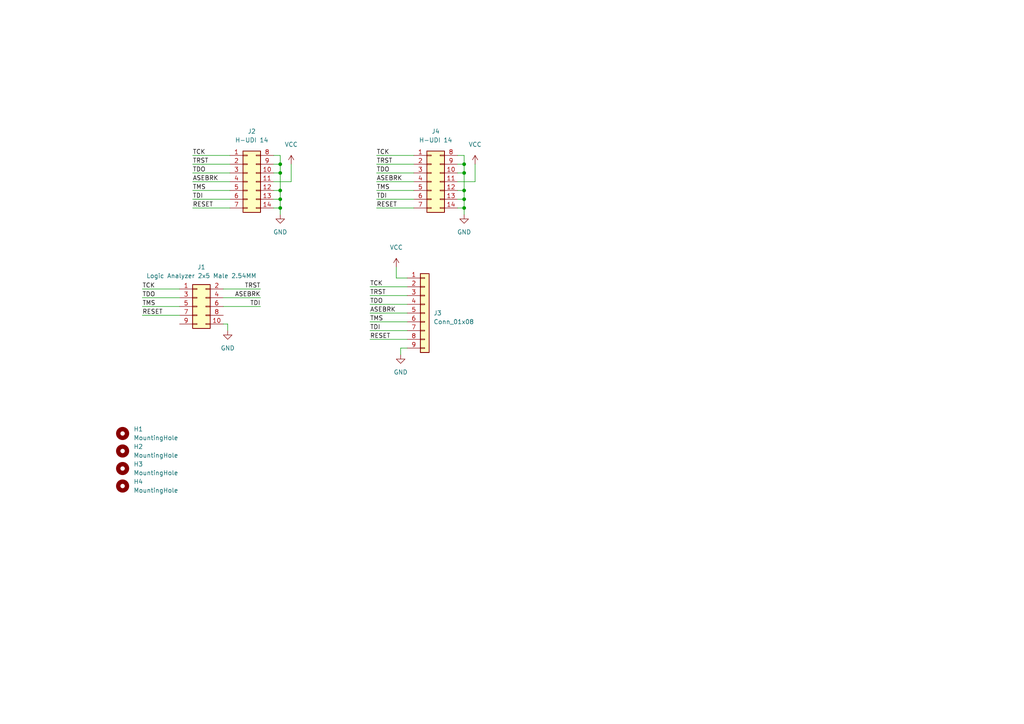
<source format=kicad_sch>
(kicad_sch (version 20211123) (generator eeschema)
  (paper "A4")
  (lib_symbols
    (symbol "Connector_Generic:Conn_01x09" (pin_names (offset 1.016) hide)
      (property "Reference" "J" (at 0 12.7 0))
      (property "Value" "Conn_01x09" (at 0 -12.7 0))
      (symbol "Conn_01x09_1_1"
        (rectangle (start -1.27 -10.033) (end 0 -10.287) (stroke (width 0.1524)))
        (rectangle (start -1.27 -7.493) (end 0 -7.747) (stroke (width 0.1524)))
        (rectangle (start -1.27 -4.953) (end 0 -5.207) (stroke (width 0.1524)))
        (rectangle (start -1.27 -2.413) (end 0 -2.667) (stroke (width 0.1524)))
        (rectangle (start -1.27 0.127) (end 0 -0.127) (stroke (width 0.1524)))
        (rectangle (start -1.27 2.667) (end 0 2.413) (stroke (width 0.1524)))
        (rectangle (start -1.27 5.207) (end 0 4.953) (stroke (width 0.1524)))
        (rectangle (start -1.27 7.747) (end 0 7.493) (stroke (width 0.1524)))
        (rectangle (start -1.27 10.287) (end 0 10.033) (stroke (width 0.1524)))
        (rectangle (start -1.27 11.43) (end 1.27 -11.43) (stroke (width 0.254)) (fill (type background)))
        (pin passive line (at -5.08 10.16 0) (length 3.81) (name "Pin_1") (number "1"))
        (pin passive line (at -5.08 7.62 0) (length 3.81) (name "Pin_2") (number "2"))
        (pin passive line (at -5.08 5.08 0) (length 3.81) (name "Pin_3") (number "3"))
        (pin passive line (at -5.08 2.54 0) (length 3.81) (name "Pin_4") (number "4"))
        (pin passive line (at -5.08 0 0) (length 3.81) (name "Pin_5") (number "5"))
        (pin passive line (at -5.08 -2.54 0) (length 3.81) (name "Pin_6") (number "6"))
        (pin passive line (at -5.08 -5.08 0) (length 3.81) (name "Pin_7") (number "7"))
        (pin passive line (at -5.08 -7.62 0) (length 3.81) (name "Pin_8") (number "8"))
        (pin passive line (at -5.08 -10.16 0) (length 3.81) (name "Pin_9") (number "9"))
      )
    )
    (symbol "Connector_Generic:Conn_02x05_Odd_Even" (pin_names (offset 1.016) hide)
      (property "Reference" "J" (at 1.27 7.62 0))
      (property "Value" "Conn_02x05_Odd_Even" (at 1.27 -7.62 0))
      (symbol "Conn_02x05_Odd_Even_1_1"
        (rectangle (start -1.27 -4.953) (end 0 -5.207) (stroke (width 0.1524)))
        (rectangle (start -1.27 -2.413) (end 0 -2.667) (stroke (width 0.1524)))
        (rectangle (start -1.27 0.127) (end 0 -0.127) (stroke (width 0.1524)))
        (rectangle (start -1.27 2.667) (end 0 2.413) (stroke (width 0.1524)))
        (rectangle (start -1.27 5.207) (end 0 4.953) (stroke (width 0.1524)))
        (rectangle (start -1.27 6.35) (end 3.81 -6.35) (stroke (width 0.254)) (fill (type background)))
        (rectangle (start 3.81 -4.953) (end 2.54 -5.207) (stroke (width 0.1524)))
        (rectangle (start 3.81 -2.413) (end 2.54 -2.667) (stroke (width 0.1524)))
        (rectangle (start 3.81 0.127) (end 2.54 -0.127) (stroke (width 0.1524)))
        (rectangle (start 3.81 2.667) (end 2.54 2.413) (stroke (width 0.1524)))
        (rectangle (start 3.81 5.207) (end 2.54 4.953) (stroke (width 0.1524)))
        (pin passive line (at -5.08 5.08 0) (length 3.81) (name "Pin_1") (number "1"))
        (pin passive line (at 7.62 -5.08 180) (length 3.81) (name "Pin_10") (number "10"))
        (pin passive line (at 7.62 5.08 180) (length 3.81) (name "Pin_2") (number "2"))
        (pin passive line (at -5.08 2.54 0) (length 3.81) (name "Pin_3") (number "3"))
        (pin passive line (at 7.62 2.54 180) (length 3.81) (name "Pin_4") (number "4"))
        (pin passive line (at -5.08 0 0) (length 3.81) (name "Pin_5") (number "5"))
        (pin passive line (at 7.62 0 180) (length 3.81) (name "Pin_6") (number "6"))
        (pin passive line (at -5.08 -2.54 0) (length 3.81) (name "Pin_7") (number "7"))
        (pin passive line (at 7.62 -2.54 180) (length 3.81) (name "Pin_8") (number "8"))
        (pin passive line (at -5.08 -5.08 0) (length 3.81) (name "Pin_9") (number "9"))
      )
    )
    (symbol "Connector_Generic:Conn_02x07_Top_Bottom" (pin_names (offset 1.016) hide)
      (property "Reference" "J" (at 1.27 10.16 0))
      (property "Value" "Conn_02x07_Top_Bottom" (at 1.27 -10.16 0))
      (symbol "Conn_02x07_Top_Bottom_1_1"
        (rectangle (start -1.27 -7.493) (end 0 -7.747) (stroke (width 0.1524)))
        (rectangle (start -1.27 -4.953) (end 0 -5.207) (stroke (width 0.1524)))
        (rectangle (start -1.27 -2.413) (end 0 -2.667) (stroke (width 0.1524)))
        (rectangle (start -1.27 0.127) (end 0 -0.127) (stroke (width 0.1524)))
        (rectangle (start -1.27 2.667) (end 0 2.413) (stroke (width 0.1524)))
        (rectangle (start -1.27 5.207) (end 0 4.953) (stroke (width 0.1524)))
        (rectangle (start -1.27 7.747) (end 0 7.493) (stroke (width 0.1524)))
        (rectangle (start -1.27 8.89) (end 3.81 -8.89) (stroke (width 0.254)) (fill (type background)))
        (rectangle (start 3.81 -7.493) (end 2.54 -7.747) (stroke (width 0.1524)))
        (rectangle (start 3.81 -4.953) (end 2.54 -5.207) (stroke (width 0.1524)))
        (rectangle (start 3.81 -2.413) (end 2.54 -2.667) (stroke (width 0.1524)))
        (rectangle (start 3.81 0.127) (end 2.54 -0.127) (stroke (width 0.1524)))
        (rectangle (start 3.81 2.667) (end 2.54 2.413) (stroke (width 0.1524)))
        (rectangle (start 3.81 5.207) (end 2.54 4.953) (stroke (width 0.1524)))
        (rectangle (start 3.81 7.747) (end 2.54 7.493) (stroke (width 0.1524)))
        (pin passive line (at -5.08 7.62 0) (length 3.81) (name "Pin_1") (number "1"))
        (pin passive line (at 7.62 2.54 180) (length 3.81) (name "Pin_10") (number "10"))
        (pin passive line (at 7.62 0 180) (length 3.81) (name "Pin_11") (number "11"))
        (pin passive line (at 7.62 -2.54 180) (length 3.81) (name "Pin_12") (number "12"))
        (pin passive line (at 7.62 -5.08 180) (length 3.81) (name "Pin_13") (number "13"))
        (pin passive line (at 7.62 -7.62 180) (length 3.81) (name "Pin_14") (number "14"))
        (pin passive line (at -5.08 5.08 0) (length 3.81) (name "Pin_2") (number "2"))
        (pin passive line (at -5.08 2.54 0) (length 3.81) (name "Pin_3") (number "3"))
        (pin passive line (at -5.08 0 0) (length 3.81) (name "Pin_4") (number "4"))
        (pin passive line (at -5.08 -2.54 0) (length 3.81) (name "Pin_5") (number "5"))
        (pin passive line (at -5.08 -5.08 0) (length 3.81) (name "Pin_6") (number "6"))
        (pin passive line (at -5.08 -7.62 0) (length 3.81) (name "Pin_7") (number "7"))
        (pin passive line (at 7.62 7.62 180) (length 3.81) (name "Pin_8") (number "8"))
        (pin passive line (at 7.62 5.08 180) (length 3.81) (name "Pin_9") (number "9"))
      )
    )
    (symbol "Mechanical:MountingHole" (pin_names (offset 1.016))
      (property "Reference" "H" (at 0 5.08 0))
      (property "Value" "MountingHole" (at 0 3.175 0))
      (symbol "MountingHole_0_1"
        (circle (center 0 0) (radius 1.27) (stroke (width 1.27)))
      )
    )
    (symbol "power:GND" (power) (pin_names (offset 0))
      (property "Value" "GND" (at 0 -3.81 0))
      (symbol "GND_0_1"
        (polyline (pts (xy 0 0) (xy 0 -1.27) (xy 1.27 -1.27) (xy 0 -2.54) (xy -1.27 -1.27) (xy 0 -1.27)))
      )
      (symbol "GND_1_1"
        (pin power_in line (at 0 0 270) (length 0) hide (name "GND") (number "1"))
      )
    )
    (symbol "power:VCC" (power) (pin_names (offset 0))
      (property "Value" "VCC" (at 0 3.81 0))
      (symbol "VCC_0_1"
        (polyline (pts (xy -0.762 1.27) (xy 0 2.54)))
        (polyline (pts (xy 0 0) (xy 0 2.54)))
        (polyline (pts (xy 0 2.54) (xy 0.762 1.27)))
      )
      (symbol "VCC_1_1"
        (pin power_in line (at 0 0 90) (length 0) hide (name "VCC") (number "1"))
      )
    )
  )
  (junction (at 134.62 57.785))
  (junction (at 81.28 57.785))
  (junction (at 81.28 47.625))
  (junction (at 134.62 50.165))
  (junction (at 81.28 55.245))
  (junction (at 134.62 47.625))
  (junction (at 134.62 60.325))
  (junction (at 134.62 55.245))
  (junction (at 81.28 60.325))
  (junction (at 81.28 50.165))
  (wire (pts (xy 41.275 91.44) (xy 52.07 91.44)))
  (wire (pts (xy 55.88 55.245) (xy 66.675 55.245)))
  (wire (pts (xy 137.795 52.705) (xy 132.715 52.705)))
  (wire (pts (xy 81.28 45.085) (xy 81.28 47.625)))
  (wire (pts (xy 75.565 88.9) (xy 64.77 88.9)))
  (wire (pts (xy 114.935 80.645) (xy 118.11 80.645)))
  (wire (pts (xy 79.375 57.785) (xy 81.28 57.785)))
  (wire (pts (xy 75.565 83.82) (xy 64.77 83.82)))
  (wire (pts (xy 132.715 57.785) (xy 134.62 57.785)))
  (wire (pts (xy 134.62 50.165) (xy 134.62 55.245)))
  (wire (pts (xy 134.62 55.245) (xy 134.62 57.785)))
  (wire (pts (xy 109.22 52.705) (xy 120.015 52.705)))
  (wire (pts (xy 107.315 95.885) (xy 118.11 95.885)))
  (wire (pts (xy 55.88 45.085) (xy 66.675 45.085)))
  (wire (pts (xy 132.715 55.245) (xy 134.62 55.245)))
  (wire (pts (xy 55.88 52.705) (xy 66.675 52.705)))
  (wire (pts (xy 134.62 45.085) (xy 134.62 47.625)))
  (wire (pts (xy 41.275 86.36) (xy 52.07 86.36)))
  (wire (pts (xy 41.275 88.9) (xy 52.07 88.9)))
  (wire (pts (xy 64.77 93.98) (xy 66.04 93.98)))
  (wire (pts (xy 109.22 55.245) (xy 120.015 55.245)))
  (wire (pts (xy 55.88 47.625) (xy 66.675 47.625)))
  (wire (pts (xy 55.88 50.165) (xy 66.675 50.165)))
  (wire (pts (xy 79.375 47.625) (xy 81.28 47.625)))
  (wire (pts (xy 41.275 83.82) (xy 52.07 83.82)))
  (wire (pts (xy 79.375 55.245) (xy 81.28 55.245)))
  (wire (pts (xy 107.315 98.425) (xy 118.11 98.425)))
  (wire (pts (xy 109.22 60.325) (xy 120.015 60.325)))
  (wire (pts (xy 55.88 60.325) (xy 66.675 60.325)))
  (wire (pts (xy 132.715 60.325) (xy 134.62 60.325)))
  (wire (pts (xy 66.04 93.98) (xy 66.04 95.885)))
  (wire (pts (xy 75.565 86.36) (xy 64.77 86.36)))
  (wire (pts (xy 79.375 45.085) (xy 81.28 45.085)))
  (wire (pts (xy 107.315 85.725) (xy 118.11 85.725)))
  (wire (pts (xy 107.315 83.185) (xy 118.11 83.185)))
  (wire (pts (xy 109.22 50.165) (xy 120.015 50.165)))
  (wire (pts (xy 84.455 52.705) (xy 79.375 52.705)))
  (wire (pts (xy 132.715 45.085) (xy 134.62 45.085)))
  (wire (pts (xy 116.205 100.965) (xy 118.11 100.965)))
  (wire (pts (xy 109.22 47.625) (xy 120.015 47.625)))
  (wire (pts (xy 55.88 57.785) (xy 66.675 57.785)))
  (wire (pts (xy 79.375 50.165) (xy 81.28 50.165)))
  (wire (pts (xy 81.28 47.625) (xy 81.28 50.165)))
  (wire (pts (xy 81.28 50.165) (xy 81.28 55.245)))
  (wire (pts (xy 81.28 57.785) (xy 81.28 60.325)))
  (wire (pts (xy 137.795 47.625) (xy 137.795 52.705)))
  (wire (pts (xy 109.22 45.085) (xy 120.015 45.085)))
  (wire (pts (xy 132.715 47.625) (xy 134.62 47.625)))
  (wire (pts (xy 134.62 47.625) (xy 134.62 50.165)))
  (wire (pts (xy 107.315 88.265) (xy 118.11 88.265)))
  (wire (pts (xy 109.22 57.785) (xy 120.015 57.785)))
  (wire (pts (xy 116.205 102.87) (xy 116.205 100.965)))
  (wire (pts (xy 107.315 93.345) (xy 118.11 93.345)))
  (wire (pts (xy 81.28 55.245) (xy 81.28 57.785)))
  (wire (pts (xy 134.62 57.785) (xy 134.62 60.325)))
  (wire (pts (xy 79.375 60.325) (xy 81.28 60.325)))
  (wire (pts (xy 134.62 60.325) (xy 134.62 62.23)))
  (wire (pts (xy 114.935 77.47) (xy 114.935 80.645)))
  (wire (pts (xy 81.28 60.325) (xy 81.28 62.23)))
  (wire (pts (xy 84.455 47.625) (xy 84.455 52.705)))
  (wire (pts (xy 132.715 50.165) (xy 134.62 50.165)))
  (wire (pts (xy 107.315 90.805) (xy 118.11 90.805)))
  (label "ASEBRK" (at 55.88 52.705 0))
  (label "TRST" (at 55.88 47.625 0))
  (label "TDO" (at 107.315 88.265 0))
  (label "TMS" (at 109.22 55.245 0))
  (label "TCK" (at 55.88 45.085 0))
  (label "TDO" (at 41.275 86.36 0))
  (label "ASEBRK" (at 75.565 86.36 180))
  (label "TDI" (at 75.565 88.9 180))
  (label "RESET" (at 41.275 91.44 0))
  (label "TMS" (at 107.315 93.345 0))
  (label "TRST" (at 107.315 85.725 0))
  (label "TMS" (at 41.275 88.9 0))
  (label "RESET" (at 109.22 60.325 0))
  (label "RESET" (at 107.315 98.425 0))
  (label "TDI" (at 55.88 57.785 0))
  (label "TRST" (at 75.565 83.82 180))
  (label "TCK" (at 109.22 45.085 0))
  (label "TDO" (at 55.88 50.165 0))
  (label "TDO" (at 109.22 50.165 0))
  (label "TRST" (at 109.22 47.625 0))
  (label "ASEBRK" (at 107.315 90.805 0))
  (label "TMS" (at 55.88 55.245 0))
  (label "TDI" (at 109.22 57.785 0))
  (label "TDI" (at 107.315 95.885 0))
  (label "TCK" (at 41.275 83.82 0))
  (label "RESET" (at 55.88 60.325 0))
  (label "ASEBRK" (at 109.22 52.705 0))
  (label "TCK" (at 107.315 83.185 0))
  (symbol (lib_id "power:VCC") (at 137.795 47.625 0) (unit 1)
    (property "Reference" "#PWR0102" (effects hide))
    (property "Value" "VCC" (at 137.795 41.91 0))
  )
  (symbol (lib_id "Connector_Generic:Conn_01x09") (at 123.19 90.805 0) (unit 1)
    (property "Reference" "J3" (at 125.73 90.8049 0) (effects (justify left)))
    (property "Value" "Conn_01x08" (at 125.73 93.3449 0) (effects (justify left)))
    (property "Footprint" "Connector_PinSocket_2.54mm:PinSocket_1x09_P2.54mm_Vertical" (effects hide))
  )
  (symbol (lib_id "Connector_Generic:Conn_02x07_Top_Bottom") (at 125.095 52.705 0) (unit 1)
    (property "Reference" "J4" (at 126.365 38.1 0))
    (property "Value" "H-UDI 14" (at 126.365 40.64 0))
    (property "Footprint" "footprints:H-UDI 14" (effects hide))
  )
  (symbol (lib_id "Mechanical:MountingHole") (at 35.56 135.89 0) (unit 1)
    (property "Reference" "H3" (at 38.735 134.6199 0) (effects (justify left)))
    (property "Value" "MountingHole" (at 38.735 137.1599 0) (effects (justify left)))
    (property "Footprint" "MountingHole:MountingHole_3mm" (effects hide))
  )
  (symbol (lib_id "power:VCC") (at 114.935 77.47 0) (unit 1)
    (property "Reference" "#PWR0107" (effects hide))
    (property "Value" "VCC" (at 114.935 71.755 0))
  )
  (symbol (lib_id "Connector_Generic:Conn_02x05_Odd_Even") (at 57.15 88.9 0) (unit 1)
    (property "Reference" "J1" (at 58.42 77.47 0))
    (property "Value" "Logic Analyzer 2x5 Male 2.54MM" (at 58.42 80.01 0))
    (property "Footprint" "Connector_PinSocket_2.54mm:PinSocket_2x05_P2.54mm_Vertical" (effects hide))
  )
  (symbol (lib_id "power:VCC") (at 84.455 47.625 0) (unit 1)
    (property "Reference" "#PWR0101" (effects hide))
    (property "Value" "VCC" (at 84.455 41.91 0))
  )
  (symbol (lib_id "power:GND") (at 81.28 62.23 0) (unit 1)
    (property "Reference" "#PWR0103" (effects hide))
    (property "Value" "GND" (at 81.28 67.31 0))
  )
  (symbol (lib_id "power:GND") (at 66.04 95.885 0) (unit 1)
    (property "Reference" "#PWR0104" (effects hide))
    (property "Value" "GND" (at 66.04 100.965 0))
  )
  (symbol (lib_id "Mechanical:MountingHole") (at 35.56 125.73 0) (unit 1)
    (property "Reference" "H1" (at 38.735 124.4599 0) (effects (justify left)))
    (property "Value" "MountingHole" (at 38.735 126.9999 0) (effects (justify left)))
    (property "Footprint" "MountingHole:MountingHole_3mm" (effects hide))
  )
  (symbol (lib_id "power:GND") (at 116.205 102.87 0) (unit 1)
    (property "Reference" "#PWR0106" (effects hide))
    (property "Value" "GND" (at 116.205 107.95 0))
  )
  (symbol (lib_id "Mechanical:MountingHole") (at 35.56 140.97 0) (unit 1)
    (property "Reference" "H4" (at 38.735 139.6999 0) (effects (justify left)))
    (property "Value" "MountingHole" (at 38.735 142.2399 0) (effects (justify left)))
    (property "Footprint" "MountingHole:MountingHole_3mm" (effects hide))
  )
  (symbol (lib_id "power:GND") (at 134.62 62.23 0) (unit 1)
    (property "Reference" "#PWR0105" (effects hide))
    (property "Value" "GND" (at 134.62 67.31 0))
  )
  (symbol (lib_id "Connector_Generic:Conn_02x07_Top_Bottom") (at 71.755 52.705 0) (unit 1)
    (property "Reference" "J2" (at 73.025 38.1 0))
    (property "Value" "H-UDI 14" (at 73.025 40.64 0))
    (property "Footprint" "footprints:H-UDI 14" (effects hide))
  )
  (symbol (lib_id "Mechanical:MountingHole") (at 35.56 130.81 0) (unit 1)
    (property "Reference" "H2" (at 38.735 129.5399 0) (effects (justify left)))
    (property "Value" "MountingHole" (at 38.735 132.0799 0) (effects (justify left)))
    (property "Footprint" "MountingHole:MountingHole_3mm" (effects hide))
  )
)
</source>
